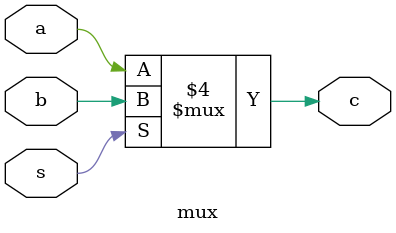
<source format=v>
module  mux (
c      , // Mux output
a      , // Mux First input
b        , // Mux Second input
s      // Select input
);
//-----------Input Ports---------------
input a, b, s ;
//-----------Output Ports---------------
output c;
//------------Internal Variables--------
reg  c;
//-------------Code Starts Here---------
always @ (s or a or b)
begin : MUX
  if (s == 1'b0) begin
      c = a;
  end else begin
      c = b ;
  end
end

endmodule //End Of Module mux

</source>
